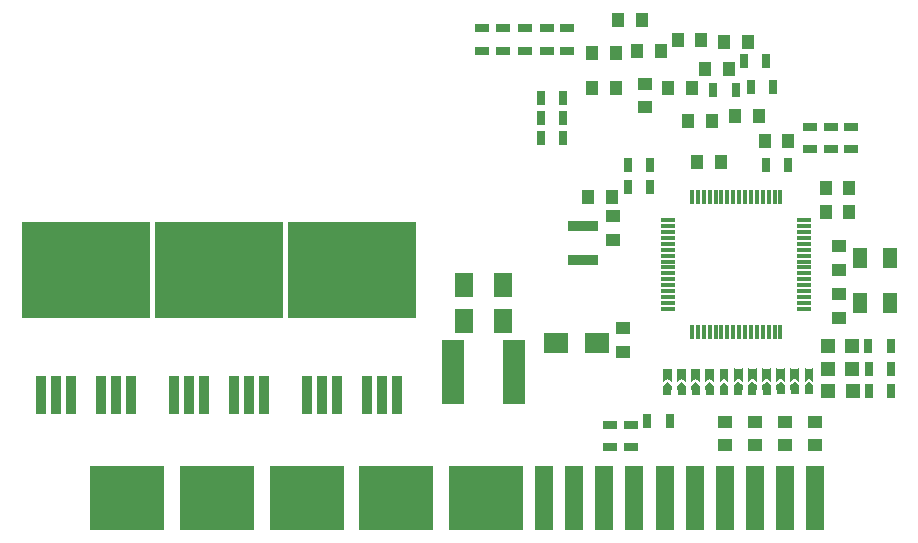
<source format=gtp>
G04 #@! TF.FileFunction,Paste,Top*
%FSLAX46Y46*%
G04 Gerber Fmt 4.6, Leading zero omitted, Abs format (unit mm)*
G04 Created by KiCad (PCBNEW 4.0.4-stable) date 05/10/17 13:17:29*
%MOMM*%
%LPD*%
G01*
G04 APERTURE LIST*
%ADD10C,0.150000*%
%ADD11R,1.000000X1.250000*%
%ADD12R,1.300480X0.300000*%
%ADD13R,0.300000X1.300480*%
%ADD14R,1.524000X2.032000*%
%ADD15R,1.250000X1.000000*%
%ADD16R,1.849120X5.499100*%
%ADD17R,1.198880X1.198880*%
%ADD18R,2.100580X1.699260*%
%ADD19R,10.800080X8.150860*%
%ADD20R,0.899160X3.200400*%
%ADD21R,0.700000X1.300000*%
%ADD22R,1.300000X0.700000*%
%ADD23R,1.198880X1.800860*%
%ADD24R,2.500000X0.900000*%
%ADD25R,0.750000X0.800000*%
%ADD26R,6.360000X5.500000*%
%ADD27R,1.650000X5.500000*%
G04 APERTURE END LIST*
D10*
D11*
X117535200Y-105892600D03*
X115535200Y-105892600D03*
D12*
X131267200Y-128816100D03*
X131267200Y-128315720D03*
X131267200Y-127815340D03*
X131267200Y-127314960D03*
X131267200Y-126814580D03*
X131267200Y-130314700D03*
X131267200Y-129816860D03*
X131267200Y-129316480D03*
D13*
X129265680Y-120815100D03*
X128767840Y-120815100D03*
X128267460Y-120815100D03*
X127767080Y-120815100D03*
X127266700Y-120815100D03*
X126766320Y-120815100D03*
X126265940Y-120815100D03*
X125765560Y-120815100D03*
D12*
X119766080Y-122816620D03*
X119766080Y-123314460D03*
X119766080Y-123814840D03*
X119766080Y-124315220D03*
X119766080Y-124815600D03*
X119766080Y-125315980D03*
X119766080Y-125816360D03*
X119766080Y-126316740D03*
D13*
X121767600Y-132316220D03*
X122265440Y-132316220D03*
X122765820Y-132316220D03*
X123266200Y-132316220D03*
X123766580Y-132316220D03*
X124266960Y-132316220D03*
X124767340Y-132316220D03*
X125267720Y-132316220D03*
D12*
X131267200Y-126316740D03*
X131267200Y-125816360D03*
X131267200Y-125315980D03*
D13*
X125267720Y-120815100D03*
X124767340Y-120815100D03*
X124266960Y-120815100D03*
D12*
X119766080Y-126814580D03*
X119766080Y-127314960D03*
X119766080Y-127815340D03*
D13*
X125765560Y-132316220D03*
X126265940Y-132316220D03*
X126766320Y-132316220D03*
D12*
X131267200Y-124815600D03*
X131267200Y-124315220D03*
X131267200Y-123814840D03*
X131267200Y-123314460D03*
X131267200Y-122816620D03*
D13*
X123766580Y-120815100D03*
X123266200Y-120815100D03*
X122765820Y-120815100D03*
X122265440Y-120815100D03*
X121767600Y-120815100D03*
D12*
X119766080Y-128315720D03*
X119766080Y-128816100D03*
X119766080Y-129316480D03*
X119766080Y-129816860D03*
X119766080Y-130314700D03*
D13*
X127266700Y-132316220D03*
X127767080Y-132316220D03*
X128267460Y-132316220D03*
X128767840Y-132316220D03*
X129265680Y-132316220D03*
D14*
X105740200Y-131343400D03*
X102438200Y-131343400D03*
D11*
X112969800Y-120853200D03*
X114969800Y-120853200D03*
D15*
X132181600Y-139868400D03*
X132181600Y-141868400D03*
X129641600Y-139893800D03*
X129641600Y-141893800D03*
X127101600Y-139868400D03*
X127101600Y-141868400D03*
X124561600Y-139868400D03*
X124561600Y-141868400D03*
D14*
X105740200Y-128320800D03*
X102438200Y-128320800D03*
D15*
X115062000Y-124485400D03*
X115062000Y-122485400D03*
X134239000Y-129073400D03*
X134239000Y-131073400D03*
D11*
X122240800Y-117932200D03*
X124240800Y-117932200D03*
D15*
X115976400Y-133985000D03*
X115976400Y-131985000D03*
X117779800Y-111245900D03*
X117779800Y-113245900D03*
D11*
X121777000Y-111633000D03*
X119777000Y-111633000D03*
X113325400Y-111607600D03*
X115325400Y-111607600D03*
X121453400Y-114427000D03*
X123453400Y-114427000D03*
X124485400Y-107746800D03*
X126485400Y-107746800D03*
X120564400Y-107569000D03*
X122564400Y-107569000D03*
X117160800Y-108458000D03*
X119160800Y-108458000D03*
X135086600Y-122148600D03*
X133086600Y-122148600D03*
X135096000Y-120091200D03*
X133096000Y-120091200D03*
X115338100Y-108648500D03*
X113338100Y-108648500D03*
D16*
X106690160Y-135636000D03*
X101539040Y-135636000D03*
D15*
X134239000Y-127018800D03*
X134239000Y-125018800D03*
D11*
X129939800Y-116128800D03*
X127939800Y-116128800D03*
X124875800Y-110058200D03*
X122875800Y-110058200D03*
D17*
X135364220Y-135394700D03*
X133266180Y-135394700D03*
X135364220Y-133464300D03*
X133266180Y-133464300D03*
X135389620Y-137299700D03*
X133291580Y-137299700D03*
D18*
X113695480Y-133197600D03*
X110236000Y-133197600D03*
D19*
X70440000Y-127000000D03*
D20*
X66630000Y-137601960D03*
X67900000Y-137601960D03*
X69170000Y-137601960D03*
X71710000Y-137601960D03*
X72980000Y-137601960D03*
X74250000Y-137601960D03*
D19*
X81750000Y-127000000D03*
D20*
X77940000Y-137601960D03*
X79210000Y-137601960D03*
X80480000Y-137601960D03*
X83020000Y-137601960D03*
X84290000Y-137601960D03*
X85560000Y-137601960D03*
D19*
X93000000Y-127000000D03*
D20*
X89190000Y-137601960D03*
X90460000Y-137601960D03*
X91730000Y-137601960D03*
X94270000Y-137601960D03*
X95540000Y-137601960D03*
X96810000Y-137601960D03*
D21*
X129921000Y-118135400D03*
X128021000Y-118135400D03*
X116347200Y-118135400D03*
X118247200Y-118135400D03*
X116347200Y-120040400D03*
X118247200Y-120040400D03*
X125460800Y-111760000D03*
X123560800Y-111760000D03*
X136743400Y-137299700D03*
X138643400Y-137299700D03*
D22*
X135280400Y-114924800D03*
X135280400Y-116824800D03*
D21*
X126748500Y-111506000D03*
X128648500Y-111506000D03*
X108968500Y-115900200D03*
X110868500Y-115900200D03*
D22*
X103962200Y-108480900D03*
X103962200Y-106580900D03*
X131800600Y-114909600D03*
X131800600Y-116809600D03*
D21*
X108993900Y-112483900D03*
X110893900Y-112483900D03*
D22*
X105778300Y-108480900D03*
X105778300Y-106580900D03*
D21*
X136743400Y-135394700D03*
X138643400Y-135394700D03*
X136718000Y-133464300D03*
X138618000Y-133464300D03*
X108981200Y-114185700D03*
X110881200Y-114185700D03*
D22*
X107645200Y-108480900D03*
X107645200Y-106580900D03*
X109461300Y-108468200D03*
X109461300Y-106568200D03*
X111188500Y-108480900D03*
X111188500Y-106580900D03*
X116586000Y-140162200D03*
X116586000Y-142062200D03*
X114808000Y-140162200D03*
X114808000Y-142062200D03*
D21*
X117972800Y-139801600D03*
X119872800Y-139801600D03*
D23*
X136011920Y-129814320D03*
X138511280Y-129814320D03*
X138511280Y-126014480D03*
X136011920Y-126014480D03*
D21*
X126141400Y-109321600D03*
X128041400Y-109321600D03*
D22*
X133527800Y-114924800D03*
X133527800Y-116824800D03*
D24*
X112522000Y-126214800D03*
X112522000Y-123314800D03*
D25*
X122107960Y-137275000D03*
X122107960Y-135775000D03*
D10*
G36*
X121732960Y-135391200D02*
X122482960Y-135941200D01*
X122482960Y-135991200D01*
X121732960Y-136541200D01*
X121732960Y-135391200D01*
X121732960Y-135391200D01*
G37*
G36*
X122482960Y-136541200D02*
X121732960Y-135991200D01*
X121732960Y-135941200D01*
X122482960Y-135391200D01*
X122482960Y-136541200D01*
X122482960Y-136541200D01*
G37*
G36*
X122107920Y-136533000D02*
X122483920Y-136833000D01*
X122483920Y-137233000D01*
X122107920Y-137533000D01*
X122107920Y-136533000D01*
X122107920Y-136533000D01*
G37*
G36*
X122108000Y-137533000D02*
X121732000Y-137233000D01*
X121732000Y-136833000D01*
X122108000Y-136533000D01*
X122108000Y-137533000D01*
X122108000Y-137533000D01*
G37*
D25*
X131683760Y-137224200D03*
X131683760Y-135724200D03*
D10*
G36*
X131308760Y-135340400D02*
X132058760Y-135890400D01*
X132058760Y-135940400D01*
X131308760Y-136490400D01*
X131308760Y-135340400D01*
X131308760Y-135340400D01*
G37*
G36*
X132058760Y-136490400D02*
X131308760Y-135940400D01*
X131308760Y-135890400D01*
X132058760Y-135340400D01*
X132058760Y-136490400D01*
X132058760Y-136490400D01*
G37*
G36*
X131683720Y-136482200D02*
X132059720Y-136782200D01*
X132059720Y-137182200D01*
X131683720Y-137482200D01*
X131683720Y-136482200D01*
X131683720Y-136482200D01*
G37*
G36*
X131683800Y-137482200D02*
X131307800Y-137182200D01*
X131307800Y-136782200D01*
X131683800Y-136482200D01*
X131683800Y-137482200D01*
X131683800Y-137482200D01*
G37*
D25*
X119694960Y-137275000D03*
X119694960Y-135775000D03*
D10*
G36*
X119319960Y-135391200D02*
X120069960Y-135941200D01*
X120069960Y-135991200D01*
X119319960Y-136541200D01*
X119319960Y-135391200D01*
X119319960Y-135391200D01*
G37*
G36*
X120069960Y-136541200D02*
X119319960Y-135991200D01*
X119319960Y-135941200D01*
X120069960Y-135391200D01*
X120069960Y-136541200D01*
X120069960Y-136541200D01*
G37*
G36*
X119694920Y-136533000D02*
X120070920Y-136833000D01*
X120070920Y-137233000D01*
X119694920Y-137533000D01*
X119694920Y-136533000D01*
X119694920Y-136533000D01*
G37*
G36*
X119695000Y-137533000D02*
X119319000Y-137233000D01*
X119319000Y-136833000D01*
X119695000Y-136533000D01*
X119695000Y-137533000D01*
X119695000Y-137533000D01*
G37*
D25*
X129296160Y-137224200D03*
X129296160Y-135724200D03*
D10*
G36*
X128921160Y-135340400D02*
X129671160Y-135890400D01*
X129671160Y-135940400D01*
X128921160Y-136490400D01*
X128921160Y-135340400D01*
X128921160Y-135340400D01*
G37*
G36*
X129671160Y-136490400D02*
X128921160Y-135940400D01*
X128921160Y-135890400D01*
X129671160Y-135340400D01*
X129671160Y-136490400D01*
X129671160Y-136490400D01*
G37*
G36*
X129296120Y-136482200D02*
X129672120Y-136782200D01*
X129672120Y-137182200D01*
X129296120Y-137482200D01*
X129296120Y-136482200D01*
X129296120Y-136482200D01*
G37*
G36*
X129296200Y-137482200D02*
X128920200Y-137182200D01*
X128920200Y-136782200D01*
X129296200Y-136482200D01*
X129296200Y-137482200D01*
X129296200Y-137482200D01*
G37*
D25*
X120904000Y-137275000D03*
X120904000Y-135775000D03*
D10*
G36*
X120529000Y-135391200D02*
X121279000Y-135941200D01*
X121279000Y-135991200D01*
X120529000Y-136541200D01*
X120529000Y-135391200D01*
X120529000Y-135391200D01*
G37*
G36*
X121279000Y-136541200D02*
X120529000Y-135991200D01*
X120529000Y-135941200D01*
X121279000Y-135391200D01*
X121279000Y-136541200D01*
X121279000Y-136541200D01*
G37*
G36*
X120903960Y-136533000D02*
X121279960Y-136833000D01*
X121279960Y-137233000D01*
X120903960Y-137533000D01*
X120903960Y-136533000D01*
X120903960Y-136533000D01*
G37*
G36*
X120904040Y-137533000D02*
X120528040Y-137233000D01*
X120528040Y-136833000D01*
X120904040Y-136533000D01*
X120904040Y-137533000D01*
X120904040Y-137533000D01*
G37*
D25*
X130489960Y-137224200D03*
X130489960Y-135724200D03*
D10*
G36*
X130114960Y-135340400D02*
X130864960Y-135890400D01*
X130864960Y-135940400D01*
X130114960Y-136490400D01*
X130114960Y-135340400D01*
X130114960Y-135340400D01*
G37*
G36*
X130864960Y-136490400D02*
X130114960Y-135940400D01*
X130114960Y-135890400D01*
X130864960Y-135340400D01*
X130864960Y-136490400D01*
X130864960Y-136490400D01*
G37*
G36*
X130489920Y-136482200D02*
X130865920Y-136782200D01*
X130865920Y-137182200D01*
X130489920Y-137482200D01*
X130489920Y-136482200D01*
X130489920Y-136482200D01*
G37*
G36*
X130490000Y-137482200D02*
X130114000Y-137182200D01*
X130114000Y-136782200D01*
X130490000Y-136482200D01*
X130490000Y-137482200D01*
X130490000Y-137482200D01*
G37*
D25*
X128092200Y-137249600D03*
X128092200Y-135749600D03*
D10*
G36*
X127717200Y-135365800D02*
X128467200Y-135915800D01*
X128467200Y-135965800D01*
X127717200Y-136515800D01*
X127717200Y-135365800D01*
X127717200Y-135365800D01*
G37*
G36*
X128467200Y-136515800D02*
X127717200Y-135965800D01*
X127717200Y-135915800D01*
X128467200Y-135365800D01*
X128467200Y-136515800D01*
X128467200Y-136515800D01*
G37*
G36*
X128092160Y-136507600D02*
X128468160Y-136807600D01*
X128468160Y-137207600D01*
X128092160Y-137507600D01*
X128092160Y-136507600D01*
X128092160Y-136507600D01*
G37*
G36*
X128092240Y-137507600D02*
X127716240Y-137207600D01*
X127716240Y-136807600D01*
X128092240Y-136507600D01*
X128092240Y-137507600D01*
X128092240Y-137507600D01*
G37*
D25*
X126888240Y-137249600D03*
X126888240Y-135749600D03*
D10*
G36*
X126513240Y-135365800D02*
X127263240Y-135915800D01*
X127263240Y-135965800D01*
X126513240Y-136515800D01*
X126513240Y-135365800D01*
X126513240Y-135365800D01*
G37*
G36*
X127263240Y-136515800D02*
X126513240Y-135965800D01*
X126513240Y-135915800D01*
X127263240Y-135365800D01*
X127263240Y-136515800D01*
X127263240Y-136515800D01*
G37*
G36*
X126888200Y-136507600D02*
X127264200Y-136807600D01*
X127264200Y-137207600D01*
X126888200Y-137507600D01*
X126888200Y-136507600D01*
X126888200Y-136507600D01*
G37*
G36*
X126888280Y-137507600D02*
X126512280Y-137207600D01*
X126512280Y-136807600D01*
X126888280Y-136507600D01*
X126888280Y-137507600D01*
X126888280Y-137507600D01*
G37*
D25*
X125679200Y-137249600D03*
X125679200Y-135749600D03*
D10*
G36*
X125304200Y-135365800D02*
X126054200Y-135915800D01*
X126054200Y-135965800D01*
X125304200Y-136515800D01*
X125304200Y-135365800D01*
X125304200Y-135365800D01*
G37*
G36*
X126054200Y-136515800D02*
X125304200Y-135965800D01*
X125304200Y-135915800D01*
X126054200Y-135365800D01*
X126054200Y-136515800D01*
X126054200Y-136515800D01*
G37*
G36*
X125679160Y-136507600D02*
X126055160Y-136807600D01*
X126055160Y-137207600D01*
X125679160Y-137507600D01*
X125679160Y-136507600D01*
X125679160Y-136507600D01*
G37*
G36*
X125679240Y-137507600D02*
X125303240Y-137207600D01*
X125303240Y-136807600D01*
X125679240Y-136507600D01*
X125679240Y-137507600D01*
X125679240Y-137507600D01*
G37*
D25*
X124485400Y-137261600D03*
X124485400Y-135761600D03*
D10*
G36*
X124110400Y-135377800D02*
X124860400Y-135927800D01*
X124860400Y-135977800D01*
X124110400Y-136527800D01*
X124110400Y-135377800D01*
X124110400Y-135377800D01*
G37*
G36*
X124860400Y-136527800D02*
X124110400Y-135977800D01*
X124110400Y-135927800D01*
X124860400Y-135377800D01*
X124860400Y-136527800D01*
X124860400Y-136527800D01*
G37*
G36*
X124485360Y-136519600D02*
X124861360Y-136819600D01*
X124861360Y-137219600D01*
X124485360Y-137519600D01*
X124485360Y-136519600D01*
X124485360Y-136519600D01*
G37*
G36*
X124485440Y-137519600D02*
X124109440Y-137219600D01*
X124109440Y-136819600D01*
X124485440Y-136519600D01*
X124485440Y-137519600D01*
X124485440Y-137519600D01*
G37*
D25*
X123291600Y-137275000D03*
X123291600Y-135775000D03*
D10*
G36*
X122916600Y-135391200D02*
X123666600Y-135941200D01*
X123666600Y-135991200D01*
X122916600Y-136541200D01*
X122916600Y-135391200D01*
X122916600Y-135391200D01*
G37*
G36*
X123666600Y-136541200D02*
X122916600Y-135991200D01*
X122916600Y-135941200D01*
X123666600Y-135391200D01*
X123666600Y-136541200D01*
X123666600Y-136541200D01*
G37*
G36*
X123291560Y-136533000D02*
X123667560Y-136833000D01*
X123667560Y-137233000D01*
X123291560Y-137533000D01*
X123291560Y-136533000D01*
X123291560Y-136533000D01*
G37*
G36*
X123291640Y-137533000D02*
X122915640Y-137233000D01*
X122915640Y-136833000D01*
X123291640Y-136533000D01*
X123291640Y-137533000D01*
X123291640Y-137533000D01*
G37*
D11*
X125441200Y-113969800D03*
X127441200Y-113969800D03*
D26*
X104337500Y-146304000D03*
X96750000Y-146304000D03*
X89150000Y-146304000D03*
X81550000Y-146304000D03*
X73925000Y-146304000D03*
D27*
X109250000Y-146304000D03*
X111800000Y-146304000D03*
X114350000Y-146304000D03*
X116900000Y-146304000D03*
X119450000Y-146304000D03*
X122000000Y-146304000D03*
X124550000Y-146304000D03*
X127100000Y-146304000D03*
X129625000Y-146304000D03*
X132150000Y-146304000D03*
M02*

</source>
